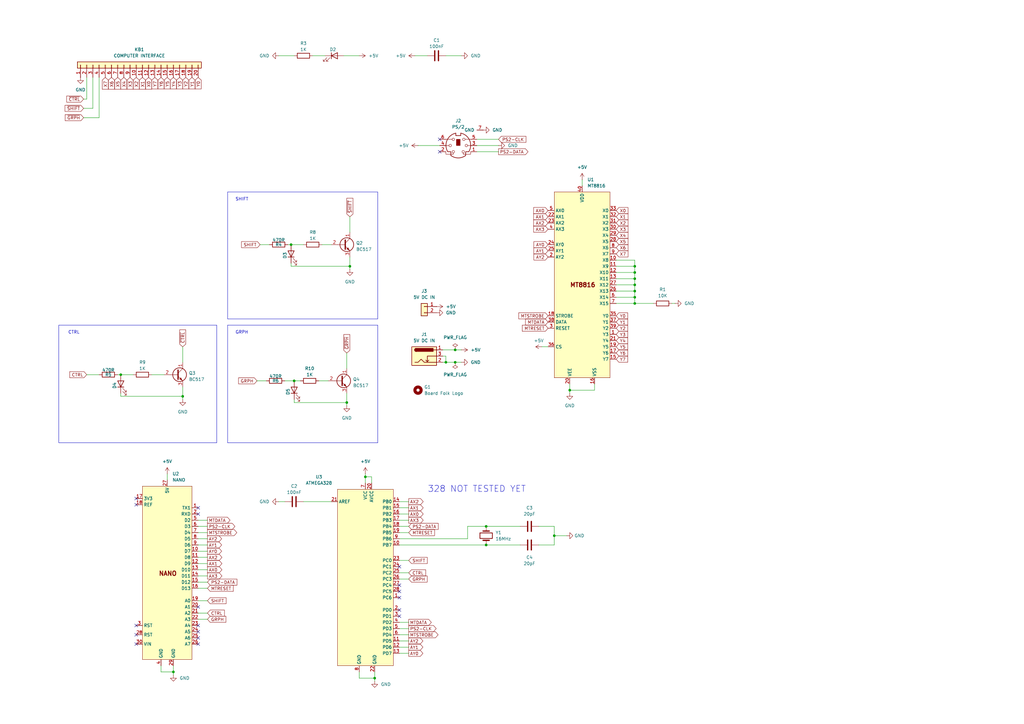
<source format=kicad_sch>
(kicad_sch (version 20250114) (generator "eeschema") (generator_version "9.0")
  (paper "A3")
  (lib_symbols
    (symbol "Connector:Barrel_Jack_Switch" (pin_names (hide yes))
      (property "Reference" "J" (at 0 5.334 0))
      (property "Value" "Barrel_Jack_Switch" (at 0 -5.08 0))
      (symbol "Barrel_Jack_Switch_0_1"
        (rectangle (start -5.08 3.81) (end 5.08 -3.81) (stroke (width 0.254)) (fill (type background)))
        (polyline (pts (xy -3.81 -2.54) (xy -2.54 -2.54) (xy -1.27 -1.27) (xy 0 -2.54) (xy 2.54 -2.54) (xy 5.08 -2.54)) (stroke (width 0.254)))
        (arc (start -3.302 1.905) (mid -3.9343 2.54) (end -3.302 3.175) (stroke (width 0.254)))
        (arc (start -3.302 1.905) (mid -3.9343 2.54) (end -3.302 3.175) (stroke (width 0.254)) (fill (type outline)))
        (polyline (pts (xy 1.27 -2.286) (xy 1.905 -1.651)) (stroke (width 0.254)))
        (rectangle (start 3.683 3.175) (end -3.302 1.905) (stroke (width 0.254)) (fill (type outline)))
        (polyline (pts (xy 5.08 2.54) (xy 3.81 2.54)) (stroke (width 0.254)))
        (polyline (pts (xy 5.08 0) (xy 1.27 0) (xy 1.27 -2.286) (xy 0.635 -1.651)) (stroke (width 0.254)))
      )
      (symbol "Barrel_Jack_Switch_1_1"
        (pin passive line (at 7.62 2.54 180) (length 2.54) (name "~") (number "1"))
        (pin passive line (at 7.62 0 180) (length 2.54) (name "~") (number "3"))
        (pin passive line (at 7.62 -2.54 180) (length 2.54) (name "~") (number "2"))
      )
    )
    (symbol "Connector_Generic:Conn_01x02" (pin_names (offset 1.016) (hide yes))
      (property "Reference" "J" (at 0 2.54 0))
      (property "Value" "Conn_01x02" (at 0 -5.08 0))
      (symbol "Conn_01x02_1_1"
        (rectangle (start -1.27 1.27) (end 1.27 -3.81) (stroke (width 0.254)) (fill (type background)))
        (rectangle (start -1.27 0.127) (end 0 -0.127) (stroke (width 0.1524)))
        (rectangle (start -1.27 -2.413) (end 0 -2.667) (stroke (width 0.1524)))
        (pin passive line (at -5.08 0 0) (length 3.81) (name "Pin_1") (number "1"))
        (pin passive line (at -5.08 -2.54 0) (length 3.81) (name "Pin_2") (number "2"))
      )
    )
    (symbol "Connector_Generic:Conn_01x20" (pin_names (offset 1.016) (hide yes))
      (property "Reference" "J" (at 0 25.4 0))
      (property "Value" "Conn_01x20" (at 0 -27.94 0))
      (symbol "Conn_01x20_1_1"
        (rectangle (start -1.27 24.13) (end 1.27 -26.67) (stroke (width 0.254)) (fill (type background)))
        (rectangle (start -1.27 22.987) (end 0 22.733) (stroke (width 0.1524)))
        (rectangle (start -1.27 20.447) (end 0 20.193) (stroke (width 0.1524)))
        (rectangle (start -1.27 17.907) (end 0 17.653) (stroke (width 0.1524)))
        (rectangle (start -1.27 15.367) (end 0 15.113) (stroke (width 0.1524)))
        (rectangle (start -1.27 12.827) (end 0 12.573) (stroke (width 0.1524)))
        (rectangle (start -1.27 10.287) (end 0 10.033) (stroke (width 0.1524)))
        (rectangle (start -1.27 7.747) (end 0 7.493) (stroke (width 0.1524)))
        (rectangle (start -1.27 5.207) (end 0 4.953) (stroke (width 0.1524)))
        (rectangle (start -1.27 2.667) (end 0 2.413) (stroke (width 0.1524)))
        (rectangle (start -1.27 0.127) (end 0 -0.127) (stroke (width 0.1524)))
        (rectangle (start -1.27 -2.413) (end 0 -2.667) (stroke (width 0.1524)))
        (rectangle (start -1.27 -4.953) (end 0 -5.207) (stroke (width 0.1524)))
        (rectangle (start -1.27 -7.493) (end 0 -7.747) (stroke (width 0.1524)))
        (rectangle (start -1.27 -10.033) (end 0 -10.287) (stroke (width 0.1524)))
        (rectangle (start -1.27 -12.573) (end 0 -12.827) (stroke (width 0.1524)))
        (rectangle (start -1.27 -15.113) (end 0 -15.367) (stroke (width 0.1524)))
        (rectangle (start -1.27 -17.653) (end 0 -17.907) (stroke (width 0.1524)))
        (rectangle (start -1.27 -20.193) (end 0 -20.447) (stroke (width 0.1524)))
        (rectangle (start -1.27 -22.733) (end 0 -22.987) (stroke (width 0.1524)))
        (rectangle (start -1.27 -25.273) (end 0 -25.527) (stroke (width 0.1524)))
        (pin passive line (at -5.08 22.86 0) (length 3.81) (name "Pin_1") (number "1"))
        (pin passive line (at -5.08 20.32 0) (length 3.81) (name "Pin_2") (number "2"))
        (pin passive line (at -5.08 17.78 0) (length 3.81) (name "Pin_3") (number "3"))
        (pin passive line (at -5.08 15.24 0) (length 3.81) (name "Pin_4") (number "4"))
        (pin passive line (at -5.08 12.7 0) (length 3.81) (name "Pin_5") (number "5"))
        (pin passive line (at -5.08 10.16 0) (length 3.81) (name "Pin_6") (number "6"))
        (pin passive line (at -5.08 7.62 0) (length 3.81) (name "Pin_7") (number "7"))
        (pin passive line (at -5.08 5.08 0) (length 3.81) (name "Pin_8") (number "8"))
        (pin passive line (at -5.08 2.54 0) (length 3.81) (name "Pin_9") (number "9"))
        (pin passive line (at -5.08 0 0) (length 3.81) (name "Pin_10") (number "10"))
        (pin passive line (at -5.08 -2.54 0) (length 3.81) (name "Pin_11") (number "11"))
        (pin passive line (at -5.08 -5.08 0) (length 3.81) (name "Pin_12") (number "12"))
        (pin passive line (at -5.08 -7.62 0) (length 3.81) (name "Pin_13") (number "13"))
        (pin passive line (at -5.08 -10.16 0) (length 3.81) (name "Pin_14") (number "14"))
        (pin passive line (at -5.08 -12.7 0) (length 3.81) (name "Pin_15") (number "15"))
        (pin passive line (at -5.08 -15.24 0) (length 3.81) (name "Pin_16") (number "16"))
        (pin passive line (at -5.08 -17.78 0) (length 3.81) (name "Pin_17") (number "17"))
        (pin passive line (at -5.08 -20.32 0) (length 3.81) (name "Pin_18") (number "18"))
        (pin passive line (at -5.08 -22.86 0) (length 3.81) (name "Pin_19") (number "19"))
        (pin passive line (at -5.08 -25.4 0) (length 3.81) (name "Pin_20") (number "20"))
      )
    )
    (symbol "Device:C" (pin_numbers (hide yes)) (pin_names (offset 0.254))
      (property "Reference" "C" (at 0.635 2.54 0))
      (property "Value" "C" (at 0.635 -2.54 0))
      (symbol "C_0_1"
        (polyline (pts (xy -2.032 0.762) (xy 2.032 0.762)) (stroke (width 0.508)))
        (polyline (pts (xy -2.032 -0.762) (xy 2.032 -0.762)) (stroke (width 0.508)))
      )
      (symbol "C_1_1"
        (pin passive line (at 0 3.81 270) (length 2.794) (name "~") (number "1"))
        (pin passive line (at 0 -3.81 90) (length 2.794) (name "~") (number "2"))
      )
    )
    (symbol "Device:Crystal" (pin_numbers (hide yes)) (pin_names (offset 1.016) (hide yes))
      (property "Reference" "Y" (at 0 3.81 0))
      (property "Value" "Crystal" (at 0 -3.81 0))
      (symbol "Crystal_0_1"
        (polyline (pts (xy -2.54 0) (xy -1.905 0)))
        (polyline (pts (xy -1.905 -1.27) (xy -1.905 1.27)) (stroke (width 0.508)))
        (rectangle (start -1.143 2.54) (end 1.143 -2.54) (stroke (width 0.3048)))
        (polyline (pts (xy 1.905 -1.27) (xy 1.905 1.27)) (stroke (width 0.508)))
        (polyline (pts (xy 2.54 0) (xy 1.905 0)))
      )
      (symbol "Crystal_1_1"
        (pin passive line (at -3.81 0 0) (length 1.27) (name "1") (number "1"))
        (pin passive line (at 3.81 0 180) (length 1.27) (name "2") (number "2"))
      )
    )
    (symbol "Device:LED" (pin_numbers (hide yes)) (pin_names (offset 1.016) (hide yes))
      (property "Reference" "D" (at 0 2.54 0))
      (property "Value" "LED" (at 0 -2.54 0))
      (symbol "LED_0_1"
        (polyline (pts (xy -3.048 -0.762) (xy -4.572 -2.286) (xy -3.81 -2.286) (xy -4.572 -2.286) (xy -4.572 -1.524)))
        (polyline (pts (xy -1.778 -0.762) (xy -3.302 -2.286) (xy -2.54 -2.286) (xy -3.302 -2.286) (xy -3.302 -1.524)))
        (polyline (pts (xy -1.27 0) (xy 1.27 0)))
        (polyline (pts (xy -1.27 -1.27) (xy -1.27 1.27)) (stroke (width 0.254)))
        (polyline (pts (xy 1.27 -1.27) (xy 1.27 1.27) (xy -1.27 0) (xy 1.27 -1.27)) (stroke (width 0.254)))
      )
      (symbol "LED_1_1"
        (pin passive line (at -3.81 0 0) (length 2.54) (name "K") (number "1"))
        (pin passive line (at 3.81 0 180) (length 2.54) (name "A") (number "2"))
      )
    )
    (symbol "Device:R" (pin_numbers (hide yes)) (pin_names (offset 0))
      (property "Reference" "R" (at 2.032 0 90))
      (property "Value" "R" (at 0 0 90))
      (symbol "R_0_1"
        (rectangle (start -1.016 -2.54) (end 1.016 2.54) (stroke (width 0.254)))
      )
      (symbol "R_1_1"
        (pin passive line (at 0 3.81 270) (length 1.27) (name "~") (number "1"))
        (pin passive line (at 0 -3.81 90) (length 1.27) (name "~") (number "2"))
      )
    )
    (symbol "Einstein:ATMEGA328"
      (property "Reference" "IC" (at 6.35 -38.1 0))
      (property "Value" "ATMEGA328" (at 6.35 -40.64 0))
      (symbol "ATMEGA328_0_0"
        (pin passive line (at -13.97 31.75 0) (length 2.54) (name "AREF") (number "21"))
        (pin power_in line (at -2.54 -38.1 90) (length 2.54) (name "GND") (number "8"))
        (pin power_in line (at 0 39.37 270) (length 2.54) (name "VCC") (number "7"))
        (pin power_in line (at 2.54 39.37 270) (length 2.54) (name "AVCC") (number "20"))
        (pin power_in line (at 3.81 -38.1 90) (length 2.54) (name "GND") (number "22"))
        (pin bidirectional line (at 13.97 31.75 180) (length 2.54) (name "PB0") (number "14"))
        (pin bidirectional line (at 13.97 29.21 180) (length 2.54) (name "PB1") (number "15"))
        (pin bidirectional line (at 13.97 26.67 180) (length 2.54) (name "PB2") (number "16"))
        (pin bidirectional line (at 13.97 24.13 180) (length 2.54) (name "PB3") (number "17"))
        (pin bidirectional line (at 13.97 21.59 180) (length 2.54) (name "PB4") (number "18"))
        (pin bidirectional line (at 13.97 19.05 180) (length 2.54) (name "PB5") (number "19"))
        (pin bidirectional line (at 13.97 16.51 180) (length 2.54) (name "PB6") (number "9"))
        (pin bidirectional line (at 13.97 13.97 180) (length 2.54) (name "PB7") (number "10"))
        (pin bidirectional line (at 13.97 7.62 180) (length 2.54) (name "PC0") (number "23"))
        (pin bidirectional line (at 13.97 5.08 180) (length 2.54) (name "PC1") (number "24"))
        (pin bidirectional line (at 13.97 2.54 180) (length 2.54) (name "PC2") (number "25"))
        (pin bidirectional line (at 13.97 0 180) (length 2.54) (name "PC3") (number "26"))
        (pin bidirectional line (at 13.97 -2.54 180) (length 2.54) (name "PC4") (number "27"))
        (pin bidirectional line (at 13.97 -5.08 180) (length 2.54) (name "PC5") (number "28"))
        (pin bidirectional line (at 13.97 -7.62 180) (length 2.54) (name "PC6") (number "1"))
        (pin bidirectional line (at 13.97 -12.7 180) (length 2.54) (name "PD0") (number "2"))
        (pin bidirectional line (at 13.97 -15.24 180) (length 2.54) (name "PD1") (number "3"))
        (pin bidirectional line (at 13.97 -17.78 180) (length 2.54) (name "PD2") (number "4"))
        (pin bidirectional line (at 13.97 -20.32 180) (length 2.54) (name "PD3") (number "5"))
        (pin bidirectional line (at 13.97 -22.86 180) (length 2.54) (name "PD4") (number "6"))
        (pin bidirectional line (at 13.97 -25.4 180) (length 2.54) (name "PD5") (number "11"))
        (pin bidirectional line (at 13.97 -27.94 180) (length 2.54) (name "PD6") (number "12"))
        (pin bidirectional line (at 13.97 -30.48 180) (length 2.54) (name "PD7") (number "13"))
      )
      (symbol "ATMEGA328_1_1"
        (rectangle (start -11.43 36.83) (end 11.43 -35.56) (fill (type background)))
      )
    )
    (symbol "Einstein:MT8816"
      (property "Reference" "I" (at 5.842 45.212 0))
      (property "Value" "MT8816" (at 9.144 42.672 0))
      (symbol "MT8816_0_0"
        (pin input line (at -13.97 30.48 0) (length 2.54) (name "AX0") (number "5"))
        (pin input line (at -13.97 27.94 0) (length 2.54) (name "AX1") (number "22"))
        (pin input line (at -13.97 25.4 0) (length 2.54) (name "AX2") (number "23"))
        (pin input line (at -13.97 22.86 0) (length 2.54) (name "AX3") (number "4"))
        (pin input line (at -13.97 16.51 0) (length 2.54) (name "AY0") (number "24"))
        (pin input line (at -13.97 13.97 0) (length 2.54) (name "AY1") (number "25"))
        (pin input line (at -13.97 11.43 0) (length 2.54) (name "AY2") (number "2"))
        (pin input line (at -13.97 -12.7 0) (length 2.54) (name "STROBE") (number "18"))
        (pin input line (at -13.97 -15.24 0) (length 2.54) (name "DATA") (number "38"))
        (pin input line (at -13.97 -17.78 0) (length 2.54) (name "RESET") (number "3"))
        (pin input line (at -13.97 -25.4 0) (length 2.54) (name "CS") (number "36"))
        (pin power_in line (at -5.08 -40.64 90) (length 2.54) (name "VEE") (number "20"))
        (pin power_in line (at 0 40.64 270) (length 2.54) (name "VDD") (number "40"))
        (pin power_in line (at 5.08 -40.64 90) (length 2.54) (name "VSS") (number "16"))
        (pin bidirectional line (at 13.97 30.48 180) (length 2.54) (name "X0") (number "33"))
        (pin bidirectional line (at 13.97 27.94 180) (length 2.54) (name "X1") (number "32"))
        (pin bidirectional line (at 13.97 25.4 180) (length 2.54) (name "X2") (number "31"))
        (pin bidirectional line (at 13.97 22.86 180) (length 2.54) (name "X3") (number "30"))
        (pin bidirectional line (at 13.97 20.32 180) (length 2.54) (name "X4") (number "29"))
        (pin bidirectional line (at 13.97 17.78 180) (length 2.54) (name "X5") (number "28"))
        (pin bidirectional line (at 13.97 15.24 180) (length 2.54) (name "X6") (number "8"))
        (pin bidirectional line (at 13.97 12.7 180) (length 2.54) (name "X7") (number "9"))
        (pin bidirectional line (at 13.97 10.16 180) (length 2.54) (name "X8") (number "10"))
        (pin bidirectional line (at 13.97 7.62 180) (length 2.54) (name "X9") (number "11"))
        (pin bidirectional line (at 13.97 5.08 180) (length 2.54) (name "X10") (number "12"))
        (pin bidirectional line (at 13.97 2.54 180) (length 2.54) (name "X11") (number "13"))
        (pin bidirectional line (at 13.97 0 180) (length 2.54) (name "X12") (number "27"))
        (pin bidirectional line (at 13.97 -2.54 180) (length 2.54) (name "X13") (number "26"))
        (pin bidirectional line (at 13.97 -5.08 180) (length 2.54) (name "X14") (number "6"))
        (pin bidirectional line (at 13.97 -7.62 180) (length 2.54) (name "X15") (number "7"))
        (pin bidirectional line (at 13.97 -12.7 180) (length 2.54) (name "Y0") (number "35"))
        (pin bidirectional line (at 13.97 -15.24 180) (length 2.54) (name "Y1") (number "37"))
        (pin bidirectional line (at 13.97 -17.78 180) (length 2.54) (name "Y2") (number "39"))
        (pin bidirectional line (at 13.97 -20.32 180) (length 2.54) (name "Y3") (number "1"))
        (pin bidirectional line (at 13.97 -22.86 180) (length 2.54) (name "Y4") (number "21"))
        (pin bidirectional line (at 13.97 -25.4 180) (length 2.54) (name "Y5") (number "19"))
        (pin bidirectional line (at 13.97 -27.94 180) (length 2.54) (name "Y6") (number "17"))
        (pin bidirectional line (at 13.97 -30.48 180) (length 2.54) (name "Y7") (number "15"))
      )
      (symbol "MT8816_1_0"
        (pin no_connect line (at -13.97 0 0) (length 2.54) (hide yes) (name "N/C") (number "34"))
        (pin no_connect line (at -13.97 -2.54 0) (length 2.54) (hide yes) (name "N/C") (number "14"))
      )
      (symbol "MT8816_1_1"
        (rectangle (start -11.43 38.1) (end 11.43 -38.1) (fill (type background)))
        (text "MT8816" (at 0.254 0 0) (effects (font (size 1.778 1.778) (thickness 0.3556) (bold yes))))
      )
    )
    (symbol "Einstein:Nano"
      (property "Reference" "U" (at 5.08 41.148 0))
      (property "Value" "NANO" (at 6.858 38.608 0))
      (symbol "Nano_0_0"
        (pin power_out line (at -12.7 30.48 0) (length 2.54) (name "3V3") (number "17"))
        (pin passive line (at -12.7 27.94 0) (length 2.54) (name "REF") (number "18"))
        (pin input line (at -12.7 -21.59 0) (length 2.54) (name "RST") (number "3"))
        (pin passive line (at -12.7 -25.4 0) (length 2.54) (name "RST") (number "28"))
        (pin passive line (at -12.7 -29.21 0) (length 2.54) (name "VIN") (number "30"))
        (pin power_in line (at -2.54 -38.1 90) (length 2.54) (name "GND") (number "4"))
        (pin power_in line (at 0 38.1 270) (length 2.54) (name "5V") (number "27"))
        (pin power_in line (at 2.54 -38.1 90) (length 2.54) (name "GND") (number "29"))
        (pin output line (at 12.7 26.67 180) (length 2.54) (name "TX1") (number "1"))
        (pin input line (at 12.7 24.13 180) (length 2.54) (name "RXD") (number "2"))
        (pin bidirectional line (at 12.7 21.59 180) (length 2.54) (name "D2") (number "5"))
        (pin bidirectional line (at 12.7 19.05 180) (length 2.54) (name "D3") (number "6"))
        (pin bidirectional line (at 12.7 16.51 180) (length 2.54) (name "D4") (number "7"))
        (pin bidirectional line (at 12.7 13.97 180) (length 2.54) (name "D5") (number "8"))
        (pin bidirectional line (at 12.7 11.43 180) (length 2.54) (name "D6") (number "9"))
        (pin bidirectional line (at 12.7 8.89 180) (length 2.54) (name "D7") (number "10"))
        (pin bidirectional line (at 12.7 6.35 180) (length 2.54) (name "D8") (number "11"))
        (pin bidirectional line (at 12.7 3.81 180) (length 2.54) (name "D9") (number "12"))
        (pin bidirectional line (at 12.7 1.27 180) (length 2.54) (name "D10") (number "13"))
        (pin bidirectional line (at 12.7 -1.27 180) (length 2.54) (name "D11") (number "14"))
        (pin bidirectional line (at 12.7 -3.81 180) (length 2.54) (name "D12") (number "15"))
        (pin bidirectional line (at 12.7 -6.35 180) (length 2.54) (name "D13") (number "16"))
        (pin bidirectional line (at 12.7 -11.43 180) (length 2.54) (name "A0") (number "19"))
        (pin bidirectional line (at 12.7 -13.97 180) (length 2.54) (name "A1") (number "20"))
        (pin bidirectional line (at 12.7 -16.51 180) (length 2.54) (name "A2") (number "21"))
        (pin bidirectional line (at 12.7 -19.05 180) (length 2.54) (name "A3") (number "22"))
        (pin bidirectional line (at 12.7 -21.59 180) (length 2.54) (name "A4") (number "23"))
        (pin bidirectional line (at 12.7 -24.13 180) (length 2.54) (name "A5") (number "24"))
        (pin bidirectional line (at 12.7 -26.67 180) (length 2.54) (name "A6") (number "25"))
        (pin bidirectional line (at 12.7 -29.21 180) (length 2.54) (name "A7") (number "26"))
      )
      (symbol "Nano_1_1"
        (rectangle (start -10.16 35.56) (end 10.16 -35.56) (fill (type background)))
        (text "NANO" (at 0.254 -0.254 0) (effects (font (size 1.778 1.778) (thickness 0.3556) (bold yes))))
      )
    )
    (symbol "Keyboard:Mini-DIN-6_GND" (pin_names (offset 1.016))
      (property "Reference" "J" (at 0 6.35 0))
      (property "Value" "Mini-DIN-6" (at 0 -6.35 0))
      (symbol "Mini-DIN-6_GND_0_1"
        (polyline (pts (xy -4.318 -2.54) (xy -3.048 -2.54) (xy -3.048 -4.064)) (stroke (width 0.254)))
        (polyline (pts (xy -3.81 0) (xy -5.08 0)))
        (circle (center -3.302 0) (radius 0.508))
        (polyline (pts (xy -2.54 2.54) (xy -5.08 2.54)))
        (circle (center -2.032 2.54) (radius 0.508))
        (circle (center -2.032 -2.54) (radius 0.508))
        (polyline (pts (xy -2.032 -3.048) (xy -2.032 -3.556) (xy -5.08 -3.556) (xy -5.08 -2.54)))
        (polyline (pts (xy -1.016 5.08) (xy -1.016 4.064) (xy 1.016 4.064) (xy 1.016 5.08)) (stroke (width 0.254)))
        (rectangle (start -0.762 2.54) (end 0.762 0) (fill (type outline)))
        (arc (start 3.048 -4.064) (mid 0 -5.08) (end -3.048 -4.064) (stroke (width 0.254)))
        (arc (start 1.016 5.08) (mid 4.6646 2.1356) (end 4.318 -2.54) (stroke (width 0.254)))
        (arc (start -4.318 -2.54) (mid -4.6241 2.1181) (end -1.016 5.08) (stroke (width 0.254)))
        (circle (center 2.032 -2.54) (radius 0.508))
        (polyline (pts (xy 2.032 -3.048) (xy 2.032 -3.556) (xy 5.08 -3.556) (xy 5.08 -2.54)))
        (circle (center 2.286 2.54) (radius 0.508))
        (polyline (pts (xy 2.794 2.54) (xy 5.08 2.54)))
        (circle (center 3.302 0) (radius 0.508))
        (polyline (pts (xy 4.318 -2.54) (xy 3.048 -2.54) (xy 3.048 -4.064)) (stroke (width 0.254)))
        (polyline (pts (xy 5.08 0) (xy 3.81 0)))
      )
      (symbol "Mini-DIN-6_GND_1_1"
        (pin passive line (at -7.62 2.54 0) (length 2.54) (name "~") (number "6"))
        (pin passive line (at -7.62 0 0) (length 2.54) (name "~") (number "4"))
        (pin passive line (at -7.62 -2.54 0) (length 2.54) (name "~") (number "2"))
        (pin passive line (at 7.62 2.54 180) (length 2.54) (name "~") (number "5"))
        (pin passive line (at 7.62 0 180) (length 2.54) (name "~") (number "3"))
        (pin passive line (at 7.62 -2.54 180) (length 2.54) (name "~") (number "1"))
        (pin power_in line (at 10.16 6.35 180) (length 2.54) (name "GND") (number "7"))
      )
    )
    (symbol "Mechanical:MountingHole" (pin_names (offset 1.016)) (in_bom no)
      (property "Reference" "H" (at 0 5.08 0))
      (property "Value" "MountingHole" (at 0 3.175 0))
      (symbol "MountingHole_0_1"
        (circle (center 0 0) (radius 1.27) (stroke (width 1.27)))
      )
    )
    (symbol "Transistor_BJT:BC547" (pin_names (offset 0) (hide yes))
      (property "Reference" "Q" (at 5.08 1.905 0))
      (property "Value" "BC547" (at 5.08 0 0))
      (symbol "BC547_0_1"
        (polyline (pts (xy -2.54 0) (xy 0.635 0)))
        (polyline (pts (xy 0.635 1.905) (xy 0.635 -1.905)) (stroke (width 0.508)))
        (circle (center 1.27 0) (radius 2.8194) (stroke (width 0.254)))
      )
      (symbol "BC547_1_1"
        (polyline (pts (xy 0.635 0.635) (xy 2.54 2.54)))
        (polyline (pts (xy 0.635 -0.635) (xy 2.54 -2.54)))
        (polyline (pts (xy 1.27 -1.778) (xy 1.778 -1.27) (xy 2.286 -2.286) (xy 1.27 -1.778)) (fill (type outline)))
        (pin input line (at -5.08 0 0) (length 2.54) (name "B") (number "2"))
        (pin passive line (at 2.54 5.08 270) (length 2.54) (name "C") (number "1"))
        (pin passive line (at 2.54 -5.08 90) (length 2.54) (name "E") (number "3"))
      )
    )
    (symbol "power:+5V" (power) (pin_numbers (hide yes)) (pin_names (offset 0) (hide yes))
      (property "Value" "+5V" (at 0 3.556 0))
      (symbol "+5V_0_1"
        (polyline (pts (xy -0.762 1.27) (xy 0 2.54)))
        (polyline (pts (xy 0 2.54) (xy 0.762 1.27)))
        (polyline (pts (xy 0 0) (xy 0 2.54)))
      )
      (symbol "+5V_1_1"
        (pin power_in line (at 0 0 90) (length 0) (name "~") (number "1"))
      )
    )
    (symbol "power:GND" (power) (pin_numbers (hide yes)) (pin_names (offset 0) (hide yes))
      (property "Value" "GND" (at 0 -3.81 0))
      (symbol "GND_0_1"
        (polyline (pts (xy 0 0) (xy 0 -1.27) (xy 1.27 -1.27) (xy 0 -2.54) (xy -1.27 -1.27) (xy 0 -1.27)))
      )
      (symbol "GND_1_1"
        (pin power_in line (at 0 0 270) (length 0) (name "~") (number "1"))
      )
    )
    (symbol "power:PWR_FLAG" (power) (pin_numbers (hide yes)) (pin_names (offset 0) (hide yes))
      (property "Value" "PWR_FLAG" (at 0 3.81 0))
      (symbol "PWR_FLAG_0_0"
        (pin power_out line (at 0 0 90) (length 0) (name "~") (number "1"))
      )
      (symbol "PWR_FLAG_0_1"
        (polyline (pts (xy 0 0) (xy 0 1.27) (xy -1.016 1.905) (xy 0 2.54) (xy 1.016 1.905) (xy 0 1.27)))
      )
    )
  )
  (rectangle (start 24.13 133.35) (end 88.9 181.61))
  (rectangle (start 93.345 133.35) (end 154.94 181.61))
  (rectangle (start 93.345 78.74) (end 154.94 130.81))
  (text "CTRL\n" (at 27.94 137.16 0) (effects (font (size 1.27 1.27)) (justify left bottom)))
  (text "GRPH" (at 96.52 137.16 0) (effects (font (size 1.27 1.27)) (justify left bottom)))
  (text "328 NOT TESTED YET" (at 195.58 200.66 0) (effects (font (size 2.54 2.54))))
  (text "SHIFT" (at 96.52 82.55 0) (effects (font (size 1.27 1.27)) (justify left bottom)))
  (junction (at 260.35 109.22))
  (junction (at 143.51 109.22))
  (junction (at 260.35 121.92))
  (junction (at 120.65 156.21))
  (junction (at 260.35 124.46))
  (junction (at 149.86 195.58))
  (junction (at 119.38 100.33))
  (junction (at 260.35 119.38))
  (junction (at 260.35 114.3))
  (junction (at 260.35 116.84))
  (junction (at 227.33 219.71))
  (junction (at 186.69 143.51))
  (junction (at 233.68 160.02))
  (junction (at 260.35 111.76))
  (junction (at 182.88 148.59))
  (junction (at 71.12 275.59))
  (junction (at 199.39 215.9))
  (junction (at 199.39 223.52))
  (junction (at 186.69 148.59))
  (junction (at 49.53 153.67))
  (junction (at 142.24 165.1))
  (junction (at 74.93 162.56))
  (junction (at 153.67 278.13))
  (no_connect (at 163.83 252.73))
  (no_connect (at 163.83 232.41))
  (no_connect (at 163.83 245.11))
  (no_connect (at 81.28 208.28))
  (no_connect (at 163.83 250.19))
  (no_connect (at 81.28 264.16))
  (no_connect (at 163.83 242.57))
  (no_connect (at 81.28 248.92))
  (no_connect (at 55.88 264.16))
  (no_connect (at 81.28 256.54))
  (no_connect (at 180.34 62.23))
  (no_connect (at 180.34 57.15))
  (no_connect (at 81.28 259.08))
  (no_connect (at 55.88 207.01))
  (no_connect (at 163.83 240.03))
  (no_connect (at 55.88 260.35))
  (no_connect (at 55.88 204.47))
  (no_connect (at 81.28 210.82))
  (no_connect (at 81.28 261.62))
  (no_connect (at 55.88 256.54))
  (wire (pts (xy 85.09 220.98) (xy 81.28 220.98)))
  (wire (pts (xy 142.24 165.1) (xy 142.24 166.37)))
  (wire (pts (xy 252.73 121.92) (xy 260.35 121.92)))
  (wire (pts (xy 85.09 228.6) (xy 81.28 228.6)))
  (wire (pts (xy 119.38 109.22) (xy 119.38 107.95)))
  (wire (pts (xy 182.88 146.05) (xy 182.88 148.59)))
  (wire (pts (xy 252.73 124.46) (xy 260.35 124.46)))
  (wire (pts (xy 227.33 219.71) (xy 232.41 219.71)))
  (wire (pts (xy 260.35 124.46) (xy 267.97 124.46)))
  (wire (pts (xy 233.68 161.29) (xy 233.68 160.02)))
  (wire (pts (xy 167.64 257.81) (xy 163.83 257.81)))
  (wire (pts (xy 191.77 215.9) (xy 199.39 215.9)))
  (wire (pts (xy 222.25 142.24) (xy 224.79 142.24)))
  (wire (pts (xy 132.08 100.33) (xy 135.89 100.33)))
  (wire (pts (xy 260.35 111.76) (xy 260.35 114.3)))
  (wire (pts (xy 167.64 215.9) (xy 163.83 215.9)))
  (wire (pts (xy 49.53 153.67) (xy 54.61 153.67)))
  (wire (pts (xy 186.69 148.59) (xy 189.23 148.59)))
  (wire (pts (xy 71.12 273.05) (xy 71.12 275.59)))
  (wire (pts (xy 199.39 215.9) (xy 213.36 215.9)))
  (wire (pts (xy 74.93 162.56) (xy 74.93 163.83)))
  (wire (pts (xy 85.09 236.22) (xy 81.28 236.22)))
  (wire (pts (xy 167.64 210.82) (xy 163.83 210.82)))
  (wire (pts (xy 243.84 157.48) (xy 243.84 160.02)))
  (wire (pts (xy 167.64 265.43) (xy 163.83 265.43)))
  (wire (pts (xy 220.98 215.9) (xy 227.33 215.9)))
  (wire (pts (xy 227.33 223.52) (xy 227.33 219.71)))
  (wire (pts (xy 260.35 106.68) (xy 260.35 109.22)))
  (wire (pts (xy 143.51 88.9) (xy 143.51 95.25)))
  (wire (pts (xy 252.73 106.68) (xy 260.35 106.68)))
  (wire (pts (xy 143.51 109.22) (xy 143.51 110.49)))
  (wire (pts (xy 167.64 205.74) (xy 163.83 205.74)))
  (wire (pts (xy 147.32 275.59) (xy 147.32 278.13)))
  (wire (pts (xy 195.58 62.23) (xy 204.47 62.23)))
  (wire (pts (xy 35.56 40.64) (xy 35.56 31.75)))
  (wire (pts (xy 195.58 57.15) (xy 204.47 57.15)))
  (wire (pts (xy 153.67 275.59) (xy 153.67 278.13)))
  (wire (pts (xy 163.83 234.95) (xy 167.64 234.95)))
  (wire (pts (xy 49.53 162.56) (xy 74.93 162.56)))
  (wire (pts (xy 227.33 215.9) (xy 227.33 219.71)))
  (wire (pts (xy 105.41 156.21) (xy 109.22 156.21)))
  (wire (pts (xy 163.83 218.44) (xy 167.64 218.44)))
  (wire (pts (xy 252.73 109.22) (xy 260.35 109.22)))
  (wire (pts (xy 147.32 278.13) (xy 153.67 278.13)))
  (wire (pts (xy 128.27 22.86) (xy 133.35 22.86)))
  (wire (pts (xy 182.88 148.59) (xy 186.69 148.59)))
  (wire (pts (xy 49.53 162.56) (xy 49.53 161.29)))
  (wire (pts (xy 153.67 278.13) (xy 153.67 279.4)))
  (wire (pts (xy 167.64 260.35) (xy 163.83 260.35)))
  (wire (pts (xy 85.09 215.9) (xy 81.28 215.9)))
  (wire (pts (xy 62.23 153.67) (xy 67.31 153.67)))
  (wire (pts (xy 116.84 156.21) (xy 120.65 156.21)))
  (wire (pts (xy 149.86 194.31) (xy 149.86 195.58)))
  (wire (pts (xy 85.09 213.36) (xy 81.28 213.36)))
  (wire (pts (xy 189.23 143.51) (xy 186.69 143.51)))
  (wire (pts (xy 275.59 124.46) (xy 276.86 124.46)))
  (wire (pts (xy 81.28 246.38) (xy 85.09 246.38)))
  (wire (pts (xy 118.11 100.33) (xy 119.38 100.33)))
  (wire (pts (xy 85.09 223.52) (xy 81.28 223.52)))
  (wire (pts (xy 142.24 161.29) (xy 142.24 165.1)))
  (wire (pts (xy 167.64 262.89) (xy 163.83 262.89)))
  (wire (pts (xy 143.51 105.41) (xy 143.51 109.22)))
  (wire (pts (xy 34.29 48.26) (xy 40.64 48.26)))
  (wire (pts (xy 81.28 241.3) (xy 85.09 241.3)))
  (wire (pts (xy 170.18 22.86) (xy 175.26 22.86)))
  (wire (pts (xy 163.83 237.49) (xy 167.64 237.49)))
  (wire (pts (xy 182.88 148.59) (xy 181.61 148.59)))
  (wire (pts (xy 199.39 223.52) (xy 213.36 223.52)))
  (wire (pts (xy 260.35 119.38) (xy 260.35 121.92)))
  (wire (pts (xy 85.09 231.14) (xy 81.28 231.14)))
  (wire (pts (xy 260.35 116.84) (xy 260.35 119.38)))
  (wire (pts (xy 171.45 59.69) (xy 180.34 59.69)))
  (wire (pts (xy 140.97 22.86) (xy 147.32 22.86)))
  (wire (pts (xy 130.81 156.21) (xy 134.62 156.21)))
  (wire (pts (xy 181.61 146.05) (xy 182.88 146.05)))
  (wire (pts (xy 252.73 114.3) (xy 260.35 114.3)))
  (wire (pts (xy 40.64 48.26) (xy 40.64 31.75)))
  (wire (pts (xy 71.12 275.59) (xy 71.12 276.86)))
  (wire (pts (xy 252.73 116.84) (xy 260.35 116.84)))
  (wire (pts (xy 163.83 229.87) (xy 167.64 229.87)))
  (wire (pts (xy 186.69 143.51) (xy 181.61 143.51)))
  (wire (pts (xy 34.29 44.45) (xy 38.1 44.45)))
  (wire (pts (xy 243.84 160.02) (xy 233.68 160.02)))
  (wire (pts (xy 48.26 153.67) (xy 49.53 153.67)))
  (wire (pts (xy 114.3 205.74) (xy 116.84 205.74)))
  (wire (pts (xy 149.86 195.58) (xy 149.86 198.12)))
  (wire (pts (xy 220.98 223.52) (xy 227.33 223.52)))
  (wire (pts (xy 152.4 195.58) (xy 149.86 195.58)))
  (wire (pts (xy 68.58 194.31) (xy 68.58 196.85)))
  (wire (pts (xy 142.24 144.78) (xy 142.24 151.13)))
  (wire (pts (xy 85.09 226.06) (xy 81.28 226.06)))
  (wire (pts (xy 167.64 255.27) (xy 163.83 255.27)))
  (wire (pts (xy 35.56 153.67) (xy 40.64 153.67)))
  (wire (pts (xy 167.64 267.97) (xy 163.83 267.97)))
  (wire (pts (xy 34.29 40.64) (xy 35.56 40.64)))
  (wire (pts (xy 260.35 124.46) (xy 260.35 121.92)))
  (wire (pts (xy 252.73 119.38) (xy 260.35 119.38)))
  (wire (pts (xy 191.77 220.98) (xy 191.77 215.9)))
  (wire (pts (xy 120.65 165.1) (xy 142.24 165.1)))
  (wire (pts (xy 66.04 275.59) (xy 71.12 275.59)))
  (wire (pts (xy 163.83 220.98) (xy 191.77 220.98)))
  (wire (pts (xy 85.09 238.76) (xy 81.28 238.76)))
  (wire (pts (xy 81.28 254) (xy 85.09 254)))
  (wire (pts (xy 74.93 158.75) (xy 74.93 162.56)))
  (wire (pts (xy 195.58 59.69) (xy 204.47 59.69)))
  (wire (pts (xy 252.73 111.76) (xy 260.35 111.76)))
  (wire (pts (xy 85.09 233.68) (xy 81.28 233.68)))
  (wire (pts (xy 119.38 100.33) (xy 124.46 100.33)))
  (wire (pts (xy 124.46 205.74) (xy 135.89 205.74)))
  (wire (pts (xy 167.64 213.36) (xy 163.83 213.36)))
  (wire (pts (xy 260.35 109.22) (xy 260.35 111.76)))
  (wire (pts (xy 85.09 218.44) (xy 81.28 218.44)))
  (wire (pts (xy 66.04 273.05) (xy 66.04 275.59)))
  (wire (pts (xy 260.35 114.3) (xy 260.35 116.84)))
  (wire (pts (xy 120.65 165.1) (xy 120.65 163.83)))
  (wire (pts (xy 167.64 208.28) (xy 163.83 208.28)))
  (wire (pts (xy 38.1 44.45) (xy 38.1 31.75)))
  (wire (pts (xy 114.3 22.86) (xy 120.65 22.86)))
  (wire (pts (xy 119.38 109.22) (xy 143.51 109.22)))
  (wire (pts (xy 106.68 100.33) (xy 110.49 100.33)))
  (wire (pts (xy 120.65 156.21) (xy 123.19 156.21)))
  (wire (pts (xy 233.68 160.02) (xy 233.68 157.48)))
  (wire (pts (xy 182.88 22.86) (xy 189.23 22.86)))
  (wire (pts (xy 74.93 142.24) (xy 74.93 148.59)))
  (wire (pts (xy 152.4 198.12) (xy 152.4 195.58)))
  (wire (pts (xy 238.76 73.66) (xy 238.76 76.2)))
  (wire (pts (xy 163.83 223.52) (xy 199.39 223.52)))
  (wire (pts (xy 81.28 251.46) (xy 85.09 251.46)))
  (global_label "Y7" (shape input) (at 63.5 31.75 270) (property "Intersheetrefs" "${INTERSHEET_REFS}" (effects (hide yes))))
  (global_label "AY2" (shape output) (at 167.64 262.89 0) (property "Intersheetrefs" "${INTERSHEET_REFS}" (effects (hide yes))))
  (global_label "MTRESET" (shape input) (at 85.09 241.3 0) (property "Intersheetrefs" "${INTERSHEET_REFS}" (effects (hide yes))))
  (global_label "X0" (shape input) (at 252.73 86.36 0) (property "Intersheetrefs" "${INTERSHEET_REFS}" (effects (hide yes))))
  (global_label "X3" (shape input) (at 53.34 31.75 270) (property "Intersheetrefs" "${INTERSHEET_REFS}" (effects (hide yes))))
  (global_label "Y1" (shape input) (at 252.73 132.08 0) (property "Intersheetrefs" "${INTERSHEET_REFS}" (effects (hide yes))))
  (global_label "Y2" (shape input) (at 252.73 134.62 0) (property "Intersheetrefs" "${INTERSHEET_REFS}" (effects (hide yes))))
  (global_label "MTSTROBE" (shape output) (at 85.09 218.44 0) (property "Intersheetrefs" "${INTERSHEET_REFS}" (effects (hide yes))))
  (global_label "AX0" (shape output) (at 85.09 233.68 0) (property "Intersheetrefs" "${INTERSHEET_REFS}" (effects (hide yes))))
  (global_label "AY1" (shape output) (at 85.09 223.52 0) (property "Intersheetrefs" "${INTERSHEET_REFS}" (effects (hide yes))))
  (global_label "GRPH" (shape input) (at 167.64 237.49 0) (property "Intersheetrefs" "${INTERSHEET_REFS}" (effects (hide yes))))
  (global_label "~{CTRL}" (shape input) (at 74.93 142.24 90) (property "Intersheetrefs" "${INTERSHEET_REFS}" (effects (hide yes))))
  (global_label "MTDATA" (shape output) (at 167.64 255.27 0) (property "Intersheetrefs" "${INTERSHEET_REFS}" (effects (hide yes))))
  (global_label "AX2" (shape output) (at 85.09 228.6 0) (property "Intersheetrefs" "${INTERSHEET_REFS}" (effects (hide yes))))
  (global_label "X6" (shape input) (at 252.73 101.6 0) (property "Intersheetrefs" "${INTERSHEET_REFS}" (effects (hide yes))))
  (global_label "X1" (shape input) (at 58.42 31.75 270) (property "Intersheetrefs" "${INTERSHEET_REFS}" (effects (hide yes))))
  (global_label "AX1" (shape input) (at 224.79 88.9 180) (property "Intersheetrefs" "${INTERSHEET_REFS}" (effects (hide yes))))
  (global_label "AX3" (shape output) (at 167.64 213.36 0) (property "Intersheetrefs" "${INTERSHEET_REFS}" (effects (hide yes))))
  (global_label "AY0" (shape output) (at 85.09 226.06 0) (property "Intersheetrefs" "${INTERSHEET_REFS}" (effects (hide yes))))
  (global_label "Y5" (shape input) (at 252.73 142.24 0) (property "Intersheetrefs" "${INTERSHEET_REFS}" (effects (hide yes))))
  (global_label "CTRL" (shape input) (at 85.09 251.46 0) (property "Intersheetrefs" "${INTERSHEET_REFS}" (effects (hide yes))))
  (global_label "X4" (shape input) (at 50.8 31.75 270) (property "Intersheetrefs" "${INTERSHEET_REFS}" (effects (hide yes))))
  (global_label "MTRESET" (shape input) (at 224.79 134.62 180) (property "Intersheetrefs" "${INTERSHEET_REFS}" (effects (hide yes))))
  (global_label "X3" (shape input) (at 252.73 93.98 0) (property "Intersheetrefs" "${INTERSHEET_REFS}" (effects (hide yes))))
  (global_label "AX0" (shape input) (at 224.79 86.36 180) (property "Intersheetrefs" "${INTERSHEET_REFS}" (effects (hide yes))))
  (global_label "AY1" (shape output) (at 167.64 265.43 0) (property "Intersheetrefs" "${INTERSHEET_REFS}" (effects (hide yes))))
  (global_label "Y1" (shape input) (at 78.74 31.75 270) (property "Intersheetrefs" "${INTERSHEET_REFS}" (effects (hide yes))))
  (global_label "AY2" (shape output) (at 85.09 220.98 0) (property "Intersheetrefs" "${INTERSHEET_REFS}" (effects (hide yes))))
  (global_label "AY0" (shape output) (at 167.64 267.97 0) (property "Intersheetrefs" "${INTERSHEET_REFS}" (effects (hide yes))))
  (global_label "AX0" (shape output) (at 167.64 210.82 0) (property "Intersheetrefs" "${INTERSHEET_REFS}" (effects (hide yes))))
  (global_label "AY1" (shape input) (at 224.79 102.87 180) (property "Intersheetrefs" "${INTERSHEET_REFS}" (effects (hide yes))))
  (global_label "MTSTROBE" (shape output) (at 167.64 260.35 0) (property "Intersheetrefs" "${INTERSHEET_REFS}" (effects (hide yes))))
  (global_label "Y6" (shape input) (at 252.73 144.78 0) (property "Intersheetrefs" "${INTERSHEET_REFS}" (effects (hide yes))))
  (global_label "Y4" (shape input) (at 252.73 139.7 0) (property "Intersheetrefs" "${INTERSHEET_REFS}" (effects (hide yes))))
  (global_label "X5" (shape input) (at 252.73 99.06 0) (property "Intersheetrefs" "${INTERSHEET_REFS}" (effects (hide yes))))
  (global_label "SHIFT" (shape input) (at 85.09 246.38 0) (property "Intersheetrefs" "${INTERSHEET_REFS}" (effects (hide yes))))
  (global_label "~{GRPH}" (shape input) (at 34.29 48.26 180) (property "Intersheetrefs" "${INTERSHEET_REFS}" (effects (hide yes))))
  (global_label "Y0" (shape input) (at 81.28 31.75 270) (property "Intersheetrefs" "${INTERSHEET_REFS}" (effects (hide yes))))
  (global_label "AX2" (shape output) (at 167.64 205.74 0) (property "Intersheetrefs" "${INTERSHEET_REFS}" (effects (hide yes))))
  (global_label "Y2" (shape input) (at 76.2 31.75 270) (property "Intersheetrefs" "${INTERSHEET_REFS}" (effects (hide yes))))
  (global_label "AX3" (shape input) (at 224.79 93.98 180) (property "Intersheetrefs" "${INTERSHEET_REFS}" (effects (hide yes))))
  (global_label "AX3" (shape output) (at 85.09 236.22 0) (property "Intersheetrefs" "${INTERSHEET_REFS}" (effects (hide yes))))
  (global_label "PS2-DATA" (shape input) (at 85.09 238.76 0) (property "Intersheetrefs" "${INTERSHEET_REFS}" (effects (hide yes))))
  (global_label "X7" (shape input) (at 252.73 104.14 0) (property "Intersheetrefs" "${INTERSHEET_REFS}" (effects (hide yes))))
  (global_label "AY2" (shape input) (at 224.79 105.41 180) (property "Intersheetrefs" "${INTERSHEET_REFS}" (effects (hide yes))))
  (global_label "CTRL" (shape input) (at 167.64 234.95 0) (property "Intersheetrefs" "${INTERSHEET_REFS}" (effects (hide yes))))
  (global_label "~{GRPH}" (shape input) (at 142.24 144.78 90) (property "Intersheetrefs" "${INTERSHEET_REFS}" (effects (hide yes))))
  (global_label "Y0" (shape input) (at 252.73 129.54 0) (property "Intersheetrefs" "${INTERSHEET_REFS}" (effects (hide yes))))
  (global_label "AX1" (shape output) (at 167.64 208.28 0) (property "Intersheetrefs" "${INTERSHEET_REFS}" (effects (hide yes))))
  (global_label "PS2-CLK" (shape output) (at 85.09 215.9 0) (property "Intersheetrefs" "${INTERSHEET_REFS}" (effects (hide yes))))
  (global_label "PS2-CLK" (shape input) (at 204.47 57.15 0) (property "Intersheetrefs" "${INTERSHEET_REFS}" (effects (hide yes))))
  (global_label "MTDATA" (shape output) (at 85.09 213.36 0) (property "Intersheetrefs" "${INTERSHEET_REFS}" (effects (hide yes))))
  (global_label "X2" (shape input) (at 55.88 31.75 270) (property "Intersheetrefs" "${INTERSHEET_REFS}" (effects (hide yes))))
  (global_label "PS2-DATA" (shape output) (at 204.47 62.23 0) (property "Intersheetrefs" "${INTERSHEET_REFS}" (effects (hide yes))))
  (global_label "CTRL" (shape input) (at 35.56 153.67 180) (property "Intersheetrefs" "${INTERSHEET_REFS}" (effects (hide yes))))
  (global_label "X0" (shape input) (at 60.96 31.75 270) (property "Intersheetrefs" "${INTERSHEET_REFS}" (effects (hide yes))))
  (global_label "X2" (shape input) (at 252.73 91.44 0) (property "Intersheetrefs" "${INTERSHEET_REFS}" (effects (hide yes))))
  (global_label "X1" (shape input) (at 252.73 88.9 0) (property "Intersheetrefs" "${INTERSHEET_REFS}" (effects (hide yes))))
  (global_label "X7" (shape input) (at 43.18 31.75 270) (property "Intersheetrefs" "${INTERSHEET_REFS}" (effects (hide yes))))
  (global_label "~{SHIFT}" (shape input) (at 34.29 44.45 180) (property "Intersheetrefs" "${INTERSHEET_REFS}" (effects (hide yes))))
  (global_label "MTSTROBE" (shape input) (at 224.79 129.54 180) (property "Intersheetrefs" "${INTERSHEET_REFS}" (effects (hide yes))))
  (global_label "PS2-DATA" (shape input) (at 167.64 215.9 0) (property "Intersheetrefs" "${INTERSHEET_REFS}" (effects (hide yes))))
  (global_label "Y4" (shape input) (at 71.12 31.75 270) (property "Intersheetrefs" "${INTERSHEET_REFS}" (effects (hide yes))))
  (global_label "SHIFT" (shape input) (at 106.68 100.33 180) (property "Intersheetrefs" "${INTERSHEET_REFS}" (effects (hide yes))))
  (global_label "MTDATA" (shape input) (at 224.79 132.08 180) (property "Intersheetrefs" "${INTERSHEET_REFS}" (effects (hide yes))))
  (global_label "~{SHIFT}" (shape input) (at 143.51 88.9 90) (property "Intersheetrefs" "${INTERSHEET_REFS}" (effects (hide yes))))
  (global_label "~{CTRL}" (shape input) (at 34.29 40.64 180) (property "Intersheetrefs" "${INTERSHEET_REFS}" (effects (hide yes))))
  (global_label "AX1" (shape output) (at 85.09 231.14 0) (property "Intersheetrefs" "${INTERSHEET_REFS}" (effects (hide yes))))
  (global_label "AX2" (shape input) (at 224.79 91.44 180) (property "Intersheetrefs" "${INTERSHEET_REFS}" (effects (hide yes))))
  (global_label "AY0" (shape input) (at 224.79 100.33 180) (property "Intersheetrefs" "${INTERSHEET_REFS}" (effects (hide yes))))
  (global_label "X6" (shape input) (at 45.72 31.75 270) (property "Intersheetrefs" "${INTERSHEET_REFS}" (effects (hide yes))))
  (global_label "GRPH" (shape input) (at 105.41 156.21 180) (property "Intersheetrefs" "${INTERSHEET_REFS}" (effects (hide yes))))
  (global_label "X4" (shape input) (at 252.73 96.52 0) (property "Intersheetrefs" "${INTERSHEET_REFS}" (effects (hide yes))))
  (global_label "MTRESET" (shape input) (at 167.64 218.44 0) (property "Intersheetrefs" "${INTERSHEET_REFS}" (effects (hide yes))))
  (global_label "Y3" (shape input) (at 73.66 31.75 270) (property "Intersheetrefs" "${INTERSHEET_REFS}" (effects (hide yes))))
  (global_label "Y3" (shape input) (at 252.73 137.16 0) (property "Intersheetrefs" "${INTERSHEET_REFS}" (effects (hide yes))))
  (global_label "PS2-CLK" (shape output) (at 167.64 257.81 0) (property "Intersheetrefs" "${INTERSHEET_REFS}" (effects (hide yes))))
  (global_label "Y7" (shape input) (at 252.73 147.32 0) (property "Intersheetrefs" "${INTERSHEET_REFS}" (effects (hide yes))))
  (global_label "SHIFT" (shape input) (at 167.64 229.87 0) (property "Intersheetrefs" "${INTERSHEET_REFS}" (effects (hide yes))))
  (global_label "GRPH" (shape input) (at 85.09 254 0) (property "Intersheetrefs" "${INTERSHEET_REFS}" (effects (hide yes))))
  (global_label "Y6" (shape input) (at 66.04 31.75 270) (property "Intersheetrefs" "${INTERSHEET_REFS}" (effects (hide yes))))
  (global_label "Y5" (shape input) (at 68.58 31.75 270) (property "Intersheetrefs" "${INTERSHEET_REFS}" (effects (hide yes))))
  (global_label "X5" (shape input) (at 48.26 31.75 270) (property "Intersheetrefs" "${INTERSHEET_REFS}" (effects (hide yes))))
  (symbol (lib_id "power:GND") (at 204.47 59.69 90) (unit 1)
    (property "Reference" "#PWR11" (effects (hide yes)))
    (property "Value" "GND" (at 208.28 59.6899 90) (effects (justify right)))
    (property "Description" "Power symbol creates a global label with name \"GND\" , ground" (effects (hide yes)))
  )
  (symbol (lib_id "power:GND") (at 232.41 219.71 90) (unit 1)
    (property "Reference" "#PWR025" (effects (hide yes)))
    (property "Value" "GND" (at 235.585 219.7099 90) (effects (justify right)))
    (property "Description" "Power symbol creates a global label with name \"GND\" , ground" (effects (hide yes)))
  )
  (symbol (lib_id "Device:R") (at 128.27 100.33 90) (mirror x) (unit 1)
    (property "Reference" "R8" (at 128.27 95.25 90))
    (property "Value" "1K" (at 128.27 97.79 90))
    (property "Footprint" "Einstein:Resistor 10.16mm" (effects (hide yes)))
    (property "Description" "Resistor" (effects (hide yes)))
  )
  (symbol (lib_id "Einstein:MT8816") (at 238.76 116.84 0) (unit 1)
    (property "Reference" "U1" (at 240.9033 73.66 0) (effects (justify left)))
    (property "Value" "MT8816" (at 240.9033 76.2 0) (effects (justify left)))
    (property "Footprint" "Einstein:DIP-40_W15.24mm" (effects (hide yes)))
  )
  (symbol (lib_id "Device:R") (at 127 156.21 90) (mirror x) (unit 1)
    (property "Reference" "R10" (at 127 151.13 90))
    (property "Value" "1K" (at 127 153.67 90))
    (property "Footprint" "Einstein:Resistor 10.16mm" (effects (hide yes)))
    (property "Description" "Resistor" (effects (hide yes)))
  )
  (symbol (lib_id "Device:R") (at 58.42 153.67 90) (mirror x) (unit 1)
    (property "Reference" "R9" (at 58.42 148.59 90))
    (property "Value" "1K" (at 58.42 151.13 90))
    (property "Footprint" "Einstein:Resistor 10.16mm" (effects (hide yes)))
    (property "Description" "Resistor" (effects (hide yes)))
  )
  (symbol (lib_id "Einstein:Nano") (at 68.58 234.95 0) (unit 1)
    (property "Reference" "U2" (at 70.7233 194.31 0) (effects (justify left)))
    (property "Value" "NANO" (at 70.7233 196.85 0) (effects (justify left)))
    (property "Footprint" "Arduino:Arduino_Nano_WithMountingHoles" (effects (hide yes)))
  )
  (symbol (lib_id "Connector_Generic:Conn_01x02") (at 173.99 125.73 0) (mirror y) (unit 1)
    (property "Reference" "J3" (at 173.99 119.38 0))
    (property "Value" "5V DC IN" (at 173.99 121.92 0))
    (property "Footprint" "Connector_JST:JST_XH_B2B-XH-AM_1x02_P2.50mm_Vertical" (effects (hide yes)))
    (property "Description" "Generic connector, single row, 01x02, script generated (kicad-library-utils/schlib/autogen/connector/)" (effects (hide yes)))
  )
  (symbol (lib_id "Device:R") (at 124.46 22.86 270) (unit 1)
    (property "Reference" "R3" (at 124.46 17.78 90))
    (property "Value" "1K" (at 124.46 20.32 90))
    (property "Footprint" "Einstein:Resistor 10.16mm" (effects (hide yes)))
    (property "Description" "Resistor" (effects (hide yes)))
  )
  (symbol (lib_id "power:+5V") (at 147.32 22.86 270) (unit 1)
    (property "Reference" "#PWR19" (effects (hide yes)))
    (property "Value" "+5V" (at 151.13 22.8599 90) (effects (justify left)))
    (property "Description" "Power symbol creates a global label with name \"+5V\"" (effects (hide yes)))
  )
  (symbol (lib_id "power:PWR_FLAG") (at 186.69 148.59 180) (unit 1)
    (property "Reference" "#FLG2" (effects (hide yes)))
    (property "Value" "PWR_FLAG" (at 186.69 153.67 0))
    (property "Description" "Special symbol for telling ERC where power comes from" (effects (hide yes)))
  )
  (symbol (lib_id "Device:LED") (at 49.53 157.48 90) (unit 1)
    (property "Reference" "D4" (at 46.99 158.115 0))
    (property "Value" "CTRL" (effects (hide yes)))
    (property "Footprint" "Einstein:LED_D3.0mm" (effects (hide yes)))
    (property "Description" "Light emitting diode" (effects (hide yes)))
    (property "Sim.Pins" "1=K 2=A" (effects (hide yes)))
  )
  (symbol (lib_id "Device:Crystal") (at 199.39 219.71 270) (unit 1) (in_bom no) (on_board no)
    (property "Reference" "Y1" (at 203.2 218.44 90) (effects (justify left)))
    (property "Value" "16MHz" (at 203.2 220.98 90) (effects (justify left)))
    (property "Footprint" "Crystal:Crystal_HC49-U_Vertical" (effects (hide yes)))
    (property "Description" "Two pin crystal" (effects (hide yes)))
  )
  (symbol (lib_id "Transistor_BJT:BC547") (at 139.7 156.21 0) (unit 1)
    (property "Reference" "Q4" (at 144.78 155.575 0) (effects (justify left)))
    (property "Value" "BC517" (at 144.78 158.115 0) (effects (justify left)))
    (property "Footprint" "Einstein:Transistor - Box 1 (Leg Rear)" (effects (hide yes)))
    (property "Datasheet" "https://www.onsemi.com/pub/Collateral/BC550-D.pdf" (effects (hide yes)))
    (property "Description" "0.1A Ic, 45V Vce, Small Signal NPN Transistor, TO-92" (effects (hide yes)))
  )
  (symbol (lib_id "power:GND") (at 233.68 161.29 0) (unit 1)
    (property "Reference" "#PWR9" (effects (hide yes)))
    (property "Value" "GND" (at 233.68 166.37 0))
    (property "Description" "Power symbol creates a global label with name \"GND\" , ground" (effects (hide yes)))
  )
  (symbol (lib_id "power:GND") (at 153.67 279.4 0) (unit 1)
    (property "Reference" "#PWR06" (effects (hide yes)))
    (property "Value" "GND" (at 156.21 280.6699 0) (effects (justify left)))
    (property "Description" "Power symbol creates a global label with name \"GND\" , ground" (effects (hide yes)))
  )
  (symbol (lib_id "Device:R") (at 271.78 124.46 90) (unit 1)
    (property "Reference" "R1" (at 271.78 118.745 90))
    (property "Value" "10K" (at 271.78 121.285 90))
    (property "Footprint" "Einstein:Resistor 10.16mm" (effects (hide yes)))
    (property "Description" "Resistor" (effects (hide yes)))
  )
  (symbol (lib_id "power:GND") (at 179.07 128.27 90) (unit 1)
    (property "Reference" "#PWR024" (effects (hide yes)))
    (property "Value" "GND" (at 182.88 128.2699 90) (effects (justify right)))
    (property "Description" "Power symbol creates a global label with name \"GND\" , ground" (effects (hide yes)))
  )
  (symbol (lib_id "power:GND") (at 114.3 205.74 270) (unit 1)
    (property "Reference" "#PWR022" (effects (hide yes)))
    (property "Value" "GND" (at 110.49 205.7399 90) (effects (justify right)))
    (property "Description" "Power symbol creates a global label with name \"GND\" , ground" (effects (hide yes)))
  )
  (symbol (lib_id "Transistor_BJT:BC547") (at 72.39 153.67 0) (unit 1)
    (property "Reference" "Q3" (at 77.47 153.035 0) (effects (justify left)))
    (property "Value" "BC517" (at 77.47 155.575 0) (effects (justify left)))
    (property "Footprint" "Einstein:Transistor - Box 1 (Leg Rear)" (effects (hide yes)))
    (property "Datasheet" "https://www.onsemi.com/pub/Collateral/BC550-D.pdf" (effects (hide yes)))
    (property "Description" "0.1A Ic, 45V Vce, Small Signal NPN Transistor, TO-92" (effects (hide yes)))
  )
  (symbol (lib_id "power:+5V") (at 68.58 194.31 0) (mirror y) (unit 1)
    (property "Reference" "#PWR18" (effects (hide yes)))
    (property "Value" "+5V" (at 68.58 189.23 0))
    (property "Description" "Power symbol creates a global label with name \"+5V\"" (effects (hide yes)))
  )
  (symbol (lib_id "Device:R") (at 44.45 153.67 270) (unit 1)
    (property "Reference" "R5" (at 44.45 153.67 90))
    (property "Value" "470R" (at 44.45 151.765 90))
    (property "Footprint" "Einstein:Resistor 10.16mm" (effects (hide yes)))
    (property "Description" "Resistor" (effects (hide yes)))
  )
  (symbol (lib_id "Device:C") (at 217.17 215.9 90) (unit 1) (in_bom no) (on_board no)
    (property "Reference" "C3" (at 217.17 208.28 90))
    (property "Value" "20pF" (at 217.17 210.82 90))
    (property "Footprint" "Capacitor_THT:C_Disc_D3.0mm_W1.6mm_P2.50mm" (effects (hide yes)))
    (property "Description" "Unpolarized capacitor" (effects (hide yes)))
  )
  (symbol (lib_id "Device:C") (at 217.17 223.52 90) (unit 1) (in_bom no) (on_board no)
    (property "Reference" "C4" (at 217.17 228.6 90))
    (property "Value" "20pF" (at 217.17 231.14 90))
    (property "Footprint" "Capacitor_THT:C_Disc_D3.0mm_W1.6mm_P2.50mm" (effects (hide yes)))
    (property "Description" "Unpolarized capacitor" (effects (hide yes)))
  )
  (symbol (lib_id "power:+5V") (at 149.86 194.31 0) (mirror y) (unit 1)
    (property "Reference" "#PWR08" (effects (hide yes)))
    (property "Value" "+5V" (at 149.86 189.23 0))
    (property "Description" "Power symbol creates a global label with name \"+5V\"" (effects (hide yes)))
  )
  (symbol (lib_id "power:GND") (at 143.51 110.49 0) (unit 1)
    (property "Reference" "#PWR1" (effects (hide yes)))
    (property "Value" "GND" (at 143.51 115.57 0))
    (property "Description" "Power symbol creates a global label with name \"GND\" , ground" (effects (hide yes)))
  )
  (symbol (lib_id "Device:R") (at 113.03 156.21 270) (unit 1)
    (property "Reference" "R6" (at 113.03 156.21 90))
    (property "Value" "470R" (at 113.03 154.305 90))
    (property "Footprint" "Einstein:Resistor 10.16mm" (effects (hide yes)))
    (property "Description" "Resistor" (effects (hide yes)))
  )
  (symbol (lib_id "power:GND") (at 276.86 124.46 90) (unit 1)
    (property "Reference" "#PWR13" (effects (hide yes)))
    (property "Value" "GND" (at 280.67 124.4599 90) (effects (justify right)))
    (property "Description" "Power symbol creates a global label with name \"GND\" , ground" (effects (hide yes)))
  )
  (symbol (lib_id "power:+5V") (at 171.45 59.69 90) (unit 1)
    (property "Reference" "#PWR14" (effects (hide yes)))
    (property "Value" "+5V" (at 167.64 59.6899 90) (effects (justify left)))
    (property "Description" "Power symbol creates a global label with name \"+5V\"" (effects (hide yes)))
  )
  (symbol (lib_id "Connector_Generic:Conn_01x20") (at 55.88 26.67 90) (unit 1)
    (property "Reference" "KB1" (at 57.15 20.32 90))
    (property "Value" "COMPUTER INTERFACE" (at 57.15 22.86 90))
    (property "Footprint" "Einstein:Keyboard_Triple" (effects (hide yes)))
    (property "Description" "Generic connector, single row, 01x20, script generated (kicad-library-utils/schlib/autogen/connector/)" (effects (hide yes)))
  )
  (symbol (lib_id "Einstein:ATMEGA328") (at 149.86 237.49 0) (unit 1) (in_bom no) (on_board no)
    (property "Reference" "U3" (at 130.81 195.58 0))
    (property "Value" "ATMEGA328" (at 130.81 198.12 0))
    (property "Footprint" "Package_DIP:DIP-28_W7.62mm" (effects (hide yes)))
  )
  (symbol (lib_id "power:GND") (at 114.3 22.86 270) (unit 1)
    (property "Reference" "#PWR7" (effects (hide yes)))
    (property "Value" "GND" (at 110.49 22.8599 90) (effects (justify right)))
    (property "Description" "Power symbol creates a global label with name \"GND\" , ground" (effects (hide yes)))
  )
  (symbol (lib_id "power:+5V") (at 179.07 125.73 270) (unit 1)
    (property "Reference" "#PWR023" (effects (hide yes)))
    (property "Value" "+5V" (at 182.88 125.7299 90) (effects (justify left)))
    (property "Description" "Power symbol creates a global label with name \"+5V\"" (effects (hide yes)))
  )
  (symbol (lib_id "power:GND") (at 189.23 22.86 90) (unit 1)
    (property "Reference" "#PWR12" (effects (hide yes)))
    (property "Value" "GND" (at 193.04 22.8599 90) (effects (justify right)))
    (property "Description" "Power symbol creates a global label with name \"GND\" , ground" (effects (hide yes)))
  )
  (symbol (lib_id "Transistor_BJT:BC547") (at 140.97 100.33 0) (unit 1)
    (property "Reference" "Q2" (at 146.05 99.695 0) (effects (justify left)))
    (property "Value" "BC517" (at 146.05 102.235 0) (effects (justify left)))
    (property "Footprint" "Einstein:Transistor - Box 1 (Leg Rear)" (effects (hide yes)))
    (property "Datasheet" "https://www.onsemi.com/pub/Collateral/BC550-D.pdf" (effects (hide yes)))
    (property "Description" "0.1A Ic, 45V Vce, Small Signal NPN Transistor, TO-92" (effects (hide yes)))
  )
  (symbol (lib_id "Device:C") (at 120.65 205.74 90) (unit 1) (in_bom no) (on_board no)
    (property "Reference" "C2" (at 120.65 199.39 90))
    (property "Value" "100nF" (at 120.65 201.93 90))
    (property "Footprint" "Einstein:C_Disc_10.16mm" (effects (hide yes)))
    (property "Description" "Unpolarized capacitor" (effects (hide yes)))
  )
  (symbol (lib_id "power:GND") (at 142.24 166.37 0) (unit 1)
    (property "Reference" "#PWR2" (effects (hide yes)))
    (property "Value" "GND" (at 142.24 171.45 0))
    (property "Description" "Power symbol creates a global label with name \"GND\" , ground" (effects (hide yes)))
  )
  (symbol (lib_id "Keyboard:Mini-DIN-6_GND") (at 187.96 59.69 0) (unit 1)
    (property "Reference" "J2" (at 187.96 49.53 0))
    (property "Value" "PS/2" (at 187.96 52.07 0))
    (property "Footprint" "Arduino:Connector_Mini-DIN_Female_6Pin_2rows" (effects (hide yes)))
    (property "Datasheet" "http://service.powerdynamics.com/ec/Catalog17/Section%2011.pdf" (effects (hide yes)))
    (property "Description" "6-pin Mini-DIN connector" (effects (hide yes)))
  )
  (symbol (lib_id "power:GND") (at 33.02 31.75 0) (unit 1)
    (property "Reference" "#PWR4" (effects (hide yes)))
    (property "Value" "GND" (at 33.02 36.83 0))
    (property "Description" "Power symbol creates a global label with name \"GND\" , ground" (effects (hide yes)))
  )
  (symbol (lib_id "power:+5V") (at 170.18 22.86 90) (unit 1)
    (property "Reference" "#PWR16" (effects (hide yes)))
    (property "Value" "+5V" (at 166.37 22.8599 90) (effects (justify left)))
    (property "Description" "Power symbol creates a global label with name \"+5V\"" (effects (hide yes)))
  )
  (symbol (lib_id "Device:C") (at 179.07 22.86 90) (unit 1)
    (property "Reference" "C1" (at 179.07 16.51 90))
    (property "Value" "100nF" (at 179.07 19.05 90))
    (property "Footprint" "Einstein:C_Disc_10.16mm" (effects (hide yes)))
    (property "Description" "Unpolarized capacitor" (effects (hide yes)))
  )
  (symbol (lib_id "Device:R") (at 114.3 100.33 270) (unit 1)
    (property "Reference" "R4" (at 114.3 100.33 90))
    (property "Value" "470R" (at 114.3 98.425 90))
    (property "Footprint" "Einstein:Resistor 10.16mm" (effects (hide yes)))
    (property "Description" "Resistor" (effects (hide yes)))
  )
  (symbol (lib_id "Mechanical:MountingHole") (at 171.45 160.02 0) (unit 1) (in_bom no)
    (property "Reference" "G1" (at 173.99 158.7499 0) (effects (justify left)))
    (property "Value" "Board Folk Logo" (at 173.99 161.2899 0) (effects (justify left)))
    (property "Footprint" "Einstein:BF8" (effects (hide yes)))
    (property "Description" "Mounting Hole without connection" (effects (hide yes)))
  )
  (symbol (lib_id "power:GND") (at 71.12 276.86 0) (unit 1)
    (property "Reference" "#PWR5" (effects (hide yes)))
    (property "Value" "GND" (at 73.66 278.1299 0) (effects (justify left)))
    (property "Description" "Power symbol creates a global label with name \"GND\" , ground" (effects (hide yes)))
  )
  (symbol (lib_id "power:+5V") (at 238.76 73.66 0) (mirror y) (unit 1)
    (property "Reference" "#PWR15" (effects (hide yes)))
    (property "Value" "+5V" (at 238.76 68.58 0))
    (property "Description" "Power symbol creates a global label with name \"+5V\"" (effects (hide yes)))
  )
  (symbol (lib_id "Device:LED") (at 120.65 160.02 90) (unit 1)
    (property "Reference" "D5" (at 118.11 160.655 0))
    (property "Value" "GRPH" (effects (hide yes)))
    (property "Footprint" "Einstein:LED_D3.0mm" (effects (hide yes)))
    (property "Description" "Light emitting diode" (effects (hide yes)))
    (property "Sim.Pins" "1=K 2=A" (effects (hide yes)))
  )
  (symbol (lib_id "power:GND") (at 198.12 53.34 90) (unit 1)
    (property "Reference" "#PWR10" (effects (hide yes)))
    (property "Value" "GND" (at 201.93 53.3399 90) (effects (justify right)))
    (property "Description" "Power symbol creates a global label with name \"GND\" , ground" (effects (hide yes)))
  )
  (symbol (lib_id "power:GND") (at 74.93 163.83 0) (unit 1)
    (property "Reference" "#PWR3" (effects (hide yes)))
    (property "Value" "GND" (at 74.93 168.91 0))
    (property "Description" "Power symbol creates a global label with name \"GND\" , ground" (effects (hide yes)))
  )
  (symbol (lib_id "power:GND") (at 189.23 148.59 90) (unit 1)
    (property "Reference" "#PWR21" (effects (hide yes)))
    (property "Value" "GND" (at 193.04 148.5899 90) (effects (justify right)))
    (property "Description" "Power symbol creates a global label with name \"GND\" , ground" (effects (hide yes)))
  )
  (symbol (lib_id "Connector:Barrel_Jack_Switch") (at 173.99 146.05 0) (unit 1)
    (property "Reference" "J1" (at 173.99 137.16 0))
    (property "Value" "5V DC IN" (at 173.99 139.7 0))
    (property "Footprint" "Einstein:BarrelJack_Horizontal" (effects (hide yes)))
    (property "Description" "DC Barrel Jack with an internal switch" (effects (hide yes)))
  )
  (symbol (lib_id "power:PWR_FLAG") (at 186.69 143.51 0) (unit 1)
    (property "Reference" "#FLG1" (effects (hide yes)))
    (property "Value" "PWR_FLAG" (at 186.69 138.43 0))
    (property "Description" "Special symbol for telling ERC where power comes from" (effects (hide yes)))
  )
  (symbol (lib_id "Device:LED") (at 137.16 22.86 0) (unit 1)
    (property "Reference" "D2" (at 136.525 20.32 0))
    (property "Value" "POWER" (effects (hide yes)))
    (property "Footprint" "Einstein:LED_D3.0mm" (effects (hide yes)))
    (property "Description" "Light emitting diode" (effects (hide yes)))
    (property "Sim.Pins" "1=K 2=A" (effects (hide yes)))
  )
  (symbol (lib_id "power:+5V") (at 222.25 142.24 90) (unit 1)
    (property "Reference" "#PWR17" (effects (hide yes)))
    (property "Value" "+5V" (at 220.98 139.7 90))
    (property "Description" "Power symbol creates a global label with name \"+5V\"" (effects (hide yes)))
  )
  (symbol (lib_id "power:+5V") (at 189.23 143.51 270) (unit 1)
    (property "Reference" "#PWR20" (effects (hide yes)))
    (property "Value" "+5V" (at 193.04 143.5099 90) (effects (justify left)))
    (property "Description" "Power symbol creates a global label with name \"+5V\"" (effects (hide yes)))
  )
  (symbol (lib_id "Device:LED") (at 119.38 104.14 90) (unit 1)
    (property "Reference" "D3" (at 116.84 104.775 0))
    (property "Value" "SHIFT" (effects (hide yes)))
    (property "Footprint" "Einstein:LED_D3.0mm" (effects (hide yes)))
    (property "Description" "Light emitting diode" (effects (hide yes)))
    (property "Sim.Pins" "1=K 2=A" (effects (hide yes)))
  )
)
</source>
